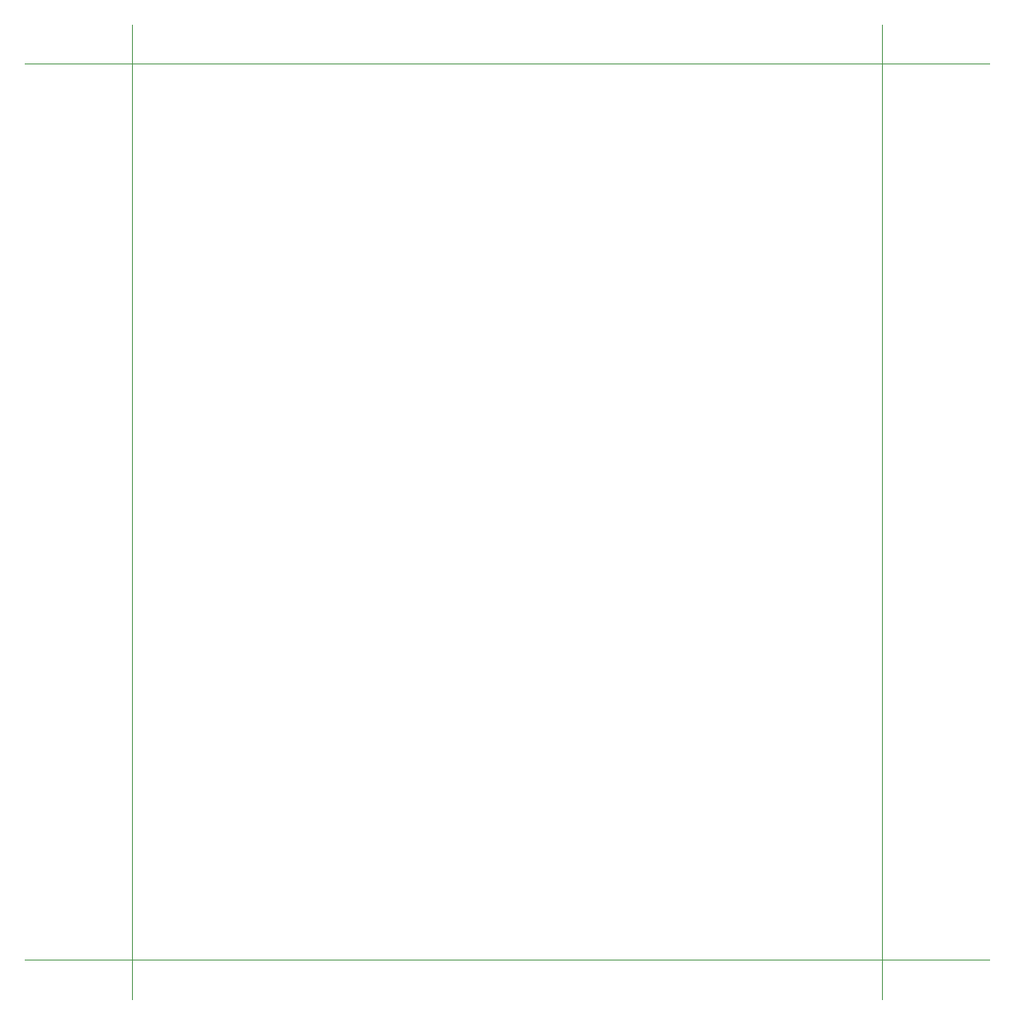
<source format=gbr>
G04 (created by PCBNEW (2013-08-09 BZR 4280)-product) date Fri 09 Aug 2013 07:25:22 PM CEST*
%MOIN*%
G04 Gerber Fmt 3.4, Leading zero omitted, Abs format*
%FSLAX34Y34*%
G01*
G70*
G90*
G04 APERTURE LIST*
%ADD10C,0.005906*%
%ADD11C,0.003937*%
G04 APERTURE END LIST*
G54D10*
G54D11*
X109842Y-34261D02*
X70866Y-34261D01*
X109842Y-70462D02*
X70866Y-70462D01*
X75196Y-32677D02*
X75196Y-72047D01*
X105511Y-72047D02*
X105511Y-32677D01*
M02*

</source>
